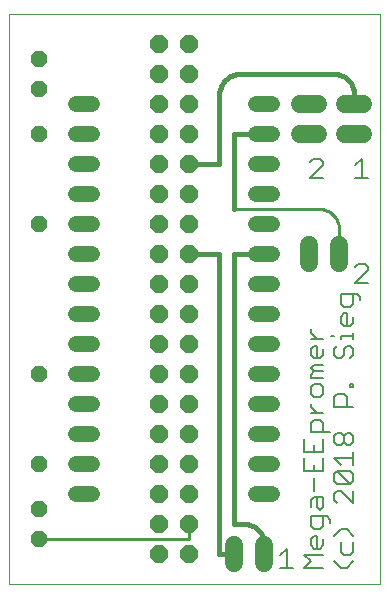
<source format=gtl>
G75*
%MOIN*%
%OFA0B0*%
%FSLAX24Y24*%
%IPPOS*%
%LPD*%
%AMOC8*
5,1,8,0,0,1.08239X$1,22.5*
%
%ADD10C,0.0000*%
%ADD11C,0.0060*%
%ADD12C,0.0520*%
%ADD13OC8,0.0600*%
%ADD14C,0.0600*%
%ADD15OC8,0.0520*%
%ADD16C,0.0160*%
%ADD17C,0.0100*%
D10*
X000130Y000487D02*
X000130Y019483D01*
X012500Y019483D01*
X012500Y000487D01*
X000130Y000487D01*
D11*
X009160Y001017D02*
X009587Y001017D01*
X009374Y001017D02*
X009374Y001657D01*
X009160Y001444D01*
X009959Y001444D02*
X010600Y001444D01*
X010493Y001661D02*
X010280Y001661D01*
X010173Y001768D01*
X010173Y001981D01*
X010280Y002088D01*
X010386Y002088D01*
X010386Y001661D01*
X010493Y001661D02*
X010600Y001768D01*
X010600Y001981D01*
X010493Y002306D02*
X010600Y002413D01*
X010600Y002733D01*
X010707Y002733D02*
X010173Y002733D01*
X010173Y002413D01*
X010280Y002306D01*
X010493Y002306D01*
X010814Y002519D02*
X010814Y002626D01*
X010707Y002733D01*
X010493Y002950D02*
X010386Y003057D01*
X010386Y003377D01*
X010280Y003377D02*
X010600Y003377D01*
X010600Y003057D01*
X010493Y002950D01*
X010173Y003271D02*
X010280Y003377D01*
X010173Y003271D02*
X010173Y003057D01*
X010280Y003595D02*
X010280Y004022D01*
X010280Y004239D02*
X010280Y004453D01*
X010600Y004239D02*
X009959Y004239D01*
X009959Y004666D01*
X009959Y004884D02*
X010600Y004884D01*
X010600Y005311D01*
X010600Y005529D02*
X010600Y005849D01*
X010493Y005956D01*
X010280Y005956D01*
X010173Y005849D01*
X010173Y005529D01*
X010814Y005529D01*
X010959Y005419D02*
X011066Y005526D01*
X011173Y005526D01*
X011280Y005419D01*
X011280Y005206D01*
X011173Y005099D01*
X011066Y005099D01*
X010959Y005206D01*
X010959Y005419D01*
X011280Y005419D02*
X011386Y005526D01*
X011493Y005526D01*
X011600Y005419D01*
X011600Y005206D01*
X011493Y005099D01*
X011386Y005099D01*
X011280Y005206D01*
X011600Y004881D02*
X011600Y004454D01*
X011600Y004668D02*
X010959Y004668D01*
X011173Y004454D01*
X011066Y004237D02*
X011493Y003810D01*
X011600Y003916D01*
X011600Y004130D01*
X011493Y004237D01*
X011066Y004237D01*
X010959Y004130D01*
X010959Y003916D01*
X011066Y003810D01*
X011493Y003810D01*
X011600Y003592D02*
X011600Y003165D01*
X011173Y003592D01*
X011066Y003592D01*
X010959Y003485D01*
X010959Y003272D01*
X011066Y003165D01*
X011173Y002304D02*
X010959Y002091D01*
X011173Y002304D02*
X011386Y002304D01*
X011600Y002091D01*
X011600Y001873D02*
X011600Y001553D01*
X011493Y001446D01*
X011280Y001446D01*
X011173Y001553D01*
X011173Y001873D01*
X010959Y001230D02*
X011173Y001017D01*
X011386Y001017D01*
X011600Y001230D01*
X010600Y001017D02*
X009959Y001017D01*
X010173Y001230D01*
X009959Y001444D01*
X010600Y004239D02*
X010600Y004666D01*
X010280Y004884D02*
X010280Y005097D01*
X009959Y005311D02*
X009959Y004884D01*
X010173Y006173D02*
X010600Y006173D01*
X010386Y006173D02*
X010173Y006387D01*
X010173Y006493D01*
X010280Y006710D02*
X010173Y006817D01*
X010173Y007030D01*
X010280Y007137D01*
X010493Y007137D01*
X010600Y007030D01*
X010600Y006817D01*
X010493Y006710D01*
X010280Y006710D01*
X010173Y007355D02*
X010173Y007461D01*
X010280Y007568D01*
X010173Y007675D01*
X010280Y007782D01*
X010600Y007782D01*
X010600Y007568D02*
X010280Y007568D01*
X010173Y007355D02*
X010600Y007355D01*
X010493Y007999D02*
X010280Y007999D01*
X010173Y008106D01*
X010173Y008320D01*
X010280Y008426D01*
X010386Y008426D01*
X010386Y007999D01*
X010493Y007999D02*
X010600Y008106D01*
X010600Y008320D01*
X010600Y008644D02*
X010173Y008644D01*
X010173Y008857D02*
X010173Y008964D01*
X010173Y008857D02*
X010386Y008644D01*
X010853Y008751D02*
X010959Y008751D01*
X011066Y008426D02*
X010959Y008320D01*
X010959Y008106D01*
X011066Y007999D01*
X011173Y007999D01*
X011280Y008106D01*
X011280Y008320D01*
X011386Y008426D01*
X011493Y008426D01*
X011600Y008320D01*
X011600Y008106D01*
X011493Y007999D01*
X011600Y008644D02*
X011600Y008857D01*
X011600Y008751D02*
X011173Y008751D01*
X011173Y008644D01*
X011280Y009074D02*
X011173Y009180D01*
X011173Y009394D01*
X011280Y009501D01*
X011386Y009501D01*
X011386Y009074D01*
X011280Y009074D02*
X011493Y009074D01*
X011600Y009180D01*
X011600Y009394D01*
X011493Y009718D02*
X011600Y009825D01*
X011600Y010145D01*
X011707Y010145D02*
X011173Y010145D01*
X011173Y009825D01*
X011280Y009718D01*
X011493Y009718D01*
X011814Y009932D02*
X011814Y010038D01*
X011707Y010145D01*
X011660Y010517D02*
X012087Y010944D01*
X012087Y011050D01*
X011980Y011157D01*
X011767Y011157D01*
X011660Y011050D01*
X011660Y010517D02*
X012087Y010517D01*
X011600Y007139D02*
X011493Y007139D01*
X011493Y007032D01*
X011600Y007032D01*
X011600Y007139D01*
X011280Y006815D02*
X011386Y006708D01*
X011386Y006388D01*
X011600Y006388D02*
X010959Y006388D01*
X010959Y006708D01*
X011066Y006815D01*
X011280Y006815D01*
X011660Y014017D02*
X012087Y014017D01*
X011874Y014017D02*
X011874Y014657D01*
X011660Y014444D01*
X010587Y014444D02*
X010587Y014550D01*
X010480Y014657D01*
X010267Y014657D01*
X010160Y014550D01*
X010587Y014444D02*
X010160Y014017D01*
X010587Y014017D01*
D12*
X008890Y014487D02*
X008370Y014487D01*
X008370Y013487D02*
X008890Y013487D01*
X008890Y012487D02*
X008370Y012487D01*
X008370Y011487D02*
X008890Y011487D01*
X008890Y010487D02*
X008370Y010487D01*
X008370Y009487D02*
X008890Y009487D01*
X008890Y008487D02*
X008370Y008487D01*
X008370Y007487D02*
X008890Y007487D01*
X008890Y006487D02*
X008370Y006487D01*
X008370Y005487D02*
X008890Y005487D01*
X008890Y004487D02*
X008370Y004487D01*
X008370Y003487D02*
X008890Y003487D01*
X002890Y003487D02*
X002370Y003487D01*
X002370Y004487D02*
X002890Y004487D01*
X002890Y005487D02*
X002370Y005487D01*
X002370Y006487D02*
X002890Y006487D01*
X002890Y007487D02*
X002370Y007487D01*
X002370Y008487D02*
X002890Y008487D01*
X002890Y009487D02*
X002370Y009487D01*
X002370Y010487D02*
X002890Y010487D01*
X002890Y011487D02*
X002370Y011487D01*
X002370Y012487D02*
X002890Y012487D01*
X002890Y013487D02*
X002370Y013487D01*
X002370Y014487D02*
X002890Y014487D01*
X002890Y015487D02*
X002370Y015487D01*
X002370Y016487D02*
X002890Y016487D01*
X008370Y016487D02*
X008890Y016487D01*
X008890Y015487D02*
X008370Y015487D01*
D13*
X006130Y015487D03*
X006130Y016487D03*
X006130Y017487D03*
X006130Y018487D03*
X005130Y018487D03*
X005130Y017487D03*
X005130Y016487D03*
X005130Y015487D03*
X005130Y014487D03*
X005130Y013487D03*
X005130Y012487D03*
X005130Y011487D03*
X005130Y010487D03*
X005130Y009487D03*
X005130Y008487D03*
X005130Y007487D03*
X005130Y006487D03*
X005130Y005487D03*
X005130Y004487D03*
X005130Y003487D03*
X005130Y002487D03*
X005130Y001487D03*
X006130Y001487D03*
X006130Y002487D03*
X006130Y003487D03*
X006130Y004487D03*
X006130Y005487D03*
X006130Y006487D03*
X006130Y007487D03*
X006130Y008487D03*
X006130Y009487D03*
X006130Y010487D03*
X006130Y011487D03*
X006130Y012487D03*
X006130Y013487D03*
X006130Y014487D03*
D14*
X009830Y015487D02*
X010430Y015487D01*
X010430Y016487D02*
X009830Y016487D01*
X011330Y016487D02*
X011930Y016487D01*
X011930Y015487D02*
X011330Y015487D01*
X011130Y011787D02*
X011130Y011187D01*
X010130Y011187D02*
X010130Y011787D01*
X008630Y001787D02*
X008630Y001187D01*
X007630Y001187D02*
X007630Y001787D01*
D15*
X001130Y001987D03*
X001130Y002987D03*
X001130Y004487D03*
X001130Y007487D03*
X001130Y012487D03*
X001130Y015487D03*
X001130Y016987D03*
X001130Y017987D03*
D16*
X006130Y014487D02*
X007130Y014487D01*
X007130Y016780D01*
X007132Y016830D01*
X007137Y016881D01*
X007146Y016930D01*
X007159Y016979D01*
X007175Y017027D01*
X007194Y017074D01*
X007216Y017119D01*
X007242Y017162D01*
X007271Y017204D01*
X007303Y017243D01*
X007337Y017280D01*
X007374Y017314D01*
X007413Y017346D01*
X007455Y017375D01*
X007498Y017401D01*
X007543Y017423D01*
X007590Y017442D01*
X007638Y017458D01*
X007687Y017471D01*
X007736Y017480D01*
X007787Y017485D01*
X007837Y017487D01*
X010923Y017487D01*
X010973Y017485D01*
X011024Y017480D01*
X011073Y017471D01*
X011122Y017458D01*
X011170Y017442D01*
X011217Y017423D01*
X011262Y017401D01*
X011305Y017375D01*
X011347Y017346D01*
X011386Y017314D01*
X011423Y017280D01*
X011457Y017243D01*
X011489Y017204D01*
X011518Y017162D01*
X011544Y017119D01*
X011566Y017074D01*
X011585Y017027D01*
X011601Y016979D01*
X011614Y016930D01*
X011623Y016881D01*
X011628Y016830D01*
X011630Y016780D01*
X011630Y016487D01*
X008630Y015487D02*
X007630Y015487D01*
X007630Y012987D01*
X007630Y011487D02*
X008630Y011487D01*
X007630Y011487D02*
X007630Y002487D01*
X007923Y002487D01*
X007973Y002485D01*
X008024Y002480D01*
X008073Y002471D01*
X008122Y002458D01*
X008170Y002442D01*
X008217Y002423D01*
X008262Y002401D01*
X008305Y002375D01*
X008347Y002346D01*
X008386Y002314D01*
X008423Y002280D01*
X008457Y002243D01*
X008489Y002204D01*
X008518Y002162D01*
X008544Y002119D01*
X008566Y002074D01*
X008585Y002027D01*
X008601Y001979D01*
X008614Y001930D01*
X008623Y001881D01*
X008628Y001830D01*
X008630Y001780D01*
X008630Y001487D01*
X007630Y001487D02*
X007130Y001487D01*
X007130Y011487D01*
X006130Y011487D01*
D17*
X007630Y012987D02*
X010423Y012987D01*
X010473Y012985D01*
X010524Y012980D01*
X010573Y012971D01*
X010622Y012958D01*
X010670Y012942D01*
X010717Y012923D01*
X010762Y012901D01*
X010805Y012875D01*
X010847Y012846D01*
X010886Y012814D01*
X010923Y012780D01*
X010957Y012743D01*
X010989Y012704D01*
X011018Y012662D01*
X011044Y012619D01*
X011066Y012574D01*
X011085Y012527D01*
X011101Y012479D01*
X011114Y012430D01*
X011123Y012381D01*
X011128Y012330D01*
X011130Y012280D01*
X011130Y011487D01*
X006130Y002487D02*
X006130Y001987D01*
X001130Y001987D01*
M02*

</source>
